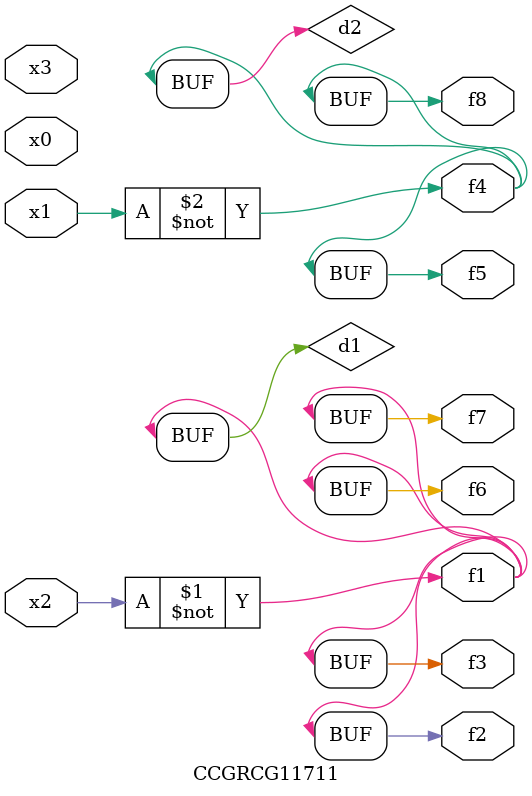
<source format=v>
module CCGRCG11711(
	input x0, x1, x2, x3,
	output f1, f2, f3, f4, f5, f6, f7, f8
);

	wire d1, d2;

	xnor (d1, x2);
	not (d2, x1);
	assign f1 = d1;
	assign f2 = d1;
	assign f3 = d1;
	assign f4 = d2;
	assign f5 = d2;
	assign f6 = d1;
	assign f7 = d1;
	assign f8 = d2;
endmodule

</source>
